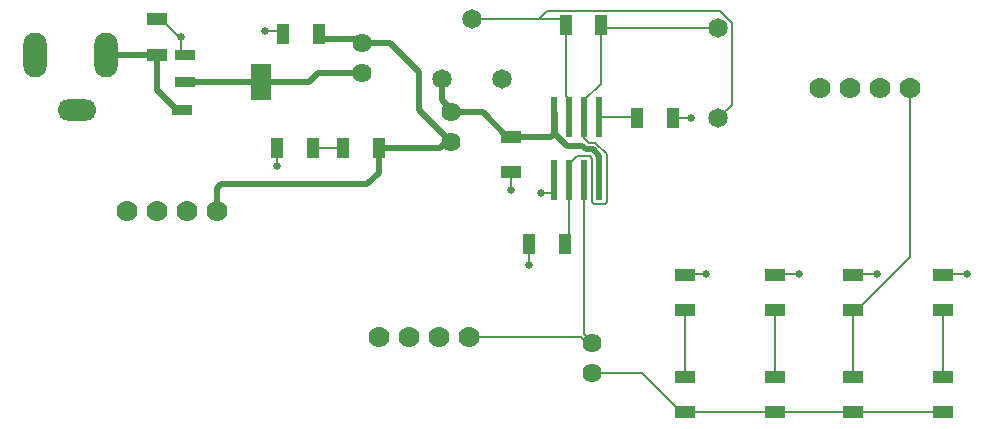
<source format=gtl>
G04*
G04 #@! TF.GenerationSoftware,Altium Limited,Altium Designer,24.1.2 (44)*
G04*
G04 Layer_Physical_Order=1*
G04 Layer_Color=255*
%FSLAX44Y44*%
%MOMM*%
G71*
G04*
G04 #@! TF.SameCoordinates,F52A13A3-DB3F-44E1-B1C3-80E51AC4D0DF*
G04*
G04*
G04 #@! TF.FilePolarity,Positive*
G04*
G01*
G75*
%ADD10C,0.5080*%
%ADD13C,0.1524*%
%ADD19R,1.8034X1.1176*%
%ADD20R,1.1176X1.8034*%
%ADD21R,0.6000X3.4000*%
%ADD22R,1.7000X0.8382*%
%ADD23R,1.7000X3.0988*%
%ADD36C,1.6200*%
%ADD37C,1.7780*%
%ADD38C,1.6510*%
%ADD39O,2.0000X3.8000*%
%ADD40O,3.3000X1.8000*%
%ADD41C,0.6350*%
D10*
X233680Y327660D02*
Y347544D01*
X236656Y350520D01*
X360680D01*
X350051Y473710D02*
X353861Y469900D01*
X319786Y476758D02*
Y477520D01*
Y476758D02*
X322834Y473710D01*
X350051D01*
X353861Y469900D02*
X380107D01*
X319350Y444500D02*
X356870D01*
X311730Y436880D02*
X319350Y444500D01*
X182880Y430337D02*
X199451Y413766D01*
X203760D01*
X182880Y430337D02*
Y460248D01*
X140010Y459740D02*
X182372D01*
X182880Y460248D01*
X458597Y411480D02*
X479171Y390906D01*
X431800Y411480D02*
X458597D01*
X479171Y390906D02*
X482600D01*
X424180Y422109D02*
Y439420D01*
Y422109D02*
X431800Y414489D01*
Y411480D02*
Y414489D01*
X557070Y354460D02*
Y374692D01*
X542934Y383080D02*
X545870Y380144D01*
X557070Y354460D02*
X557530Y354000D01*
X551618Y380144D02*
X557070Y374692D01*
X545870Y380144D02*
X551618D01*
X519890Y393056D02*
Y410560D01*
Y393056D02*
X529866Y383080D01*
X518970Y411480D02*
X519890Y410560D01*
X529866Y383080D02*
X542934D01*
X404550Y413330D02*
X431800Y386080D01*
X404550Y413330D02*
Y445458D01*
X380107Y469900D02*
X404550Y445458D01*
X422749Y381000D02*
X427829Y386080D01*
X431800D01*
X370586Y381000D02*
X422749D01*
X206260Y436880D02*
X271260D01*
X482600Y390906D02*
X516336D01*
X519430Y394000D01*
X360680Y350520D02*
X370586Y360426D01*
Y381000D01*
X271260Y436880D02*
X311730D01*
D13*
X619506Y406400D02*
X635000D01*
X482600Y345440D02*
Y360934D01*
X508000Y342900D02*
X517192D01*
X202277Y475903D02*
X203200Y474980D01*
X182880Y490220D02*
X186309D01*
X200626Y475903D01*
X202277D01*
X284226Y381000D02*
X284480Y380746D01*
X775589Y244094D02*
X820420Y288925D01*
Y431800D01*
X772160Y244094D02*
X775589D01*
X626491Y157734D02*
X629920D01*
X551180Y190500D02*
X593725D01*
X626491Y157734D01*
X542129Y220980D02*
X547209Y215900D01*
X551180D01*
X447040Y220980D02*
X542129D01*
X551180Y215900D02*
Y217888D01*
X544830Y224238D02*
Y354000D01*
Y224238D02*
X551180Y217888D01*
X506076Y490220D02*
X524002D01*
X657860Y406400D02*
X669417Y417957D01*
Y487387D01*
X659345Y497459D02*
X669417Y487387D01*
X513315Y497459D02*
X659345D01*
X506076Y490220D02*
X513315Y497459D01*
X449580Y490220D02*
X506076D01*
X558800Y485140D02*
X561340Y482600D01*
X657860D01*
X558800Y435970D02*
Y485140D01*
X554037Y385986D02*
X563832Y376191D01*
X544830Y408000D02*
Y422000D01*
X548290Y385986D02*
X554037D01*
X563832Y335632D02*
Y376191D01*
X561898Y333698D02*
X563832Y335632D01*
X553162Y333698D02*
X561898D01*
X551132Y335728D02*
Y372368D01*
X549198Y374302D02*
X551132Y372368D01*
Y335728D02*
X553162Y333698D01*
X544830Y389446D02*
X548290Y385986D01*
X544830Y422000D02*
X558800Y435970D01*
X538432Y374302D02*
X549198D01*
X544830Y389446D02*
Y408000D01*
X532130Y368000D02*
X538432Y374302D01*
X528066Y299720D02*
X532130Y303784D01*
Y354000D02*
Y368000D01*
Y303784D02*
Y354000D01*
X528828Y425302D02*
Y485140D01*
Y485394D01*
X532130Y408000D02*
Y422000D01*
X524002Y490220D02*
X528828Y485394D01*
Y425302D02*
X532130Y422000D01*
X772160Y157734D02*
X848360D01*
X497840Y281940D02*
Y299466D01*
X498094Y299720D01*
X519430Y345138D02*
Y354000D01*
X517192Y342900D02*
X519430Y345138D01*
X630174Y274320D02*
X647700D01*
X284480Y365760D02*
Y380746D01*
X848614Y274320D02*
X868680D01*
X848360Y274066D02*
X848614Y274320D01*
X772160Y274066D02*
X772414Y274320D01*
X792480D01*
X706374D02*
X726440D01*
X706120Y274066D02*
X706374Y274320D01*
X629920Y274066D02*
X630174Y274320D01*
X274320Y480060D02*
X287274D01*
X289814Y477520D01*
X203200Y463054D02*
Y474980D01*
Y463054D02*
X206260Y459994D01*
X587934Y408000D02*
X589534Y406400D01*
X557530Y408000D02*
X587934D01*
X772160Y187706D02*
X775589D01*
X848360D02*
Y244094D01*
X706120Y157734D02*
X772160D01*
X629920D02*
X706120D01*
X772160Y192532D02*
Y244094D01*
X706120Y187706D02*
Y244094D01*
X629920Y187706D02*
Y244094D01*
X314706Y381000D02*
X340614D01*
D19*
X629920Y187706D02*
D03*
Y157734D02*
D03*
X706120Y187706D02*
D03*
Y157734D02*
D03*
X772160Y187706D02*
D03*
Y157734D02*
D03*
X848360Y187706D02*
D03*
Y157734D02*
D03*
X182880Y460248D02*
D03*
Y490220D02*
D03*
X482600Y360934D02*
D03*
Y390906D02*
D03*
X629920Y244094D02*
D03*
Y274066D02*
D03*
X706120Y244094D02*
D03*
Y274066D02*
D03*
X772160Y244094D02*
D03*
Y274066D02*
D03*
X848360Y244094D02*
D03*
Y274066D02*
D03*
D20*
X558800Y485140D02*
D03*
X528066Y299720D02*
D03*
X528828Y485140D02*
D03*
X340614Y381000D02*
D03*
X370586D02*
D03*
X289814Y477520D02*
D03*
X319786D02*
D03*
X314706Y381000D02*
D03*
X284734D02*
D03*
X619506Y406400D02*
D03*
X589534D02*
D03*
X498094Y299720D02*
D03*
D21*
X544830Y408000D02*
D03*
X532130Y354000D02*
D03*
Y408000D02*
D03*
X519430D02*
D03*
X557530D02*
D03*
Y354000D02*
D03*
X544830D02*
D03*
X519430D02*
D03*
D22*
X203760Y413766D02*
D03*
X206260Y436880D02*
D03*
Y459994D02*
D03*
D23*
X271260Y436880D02*
D03*
D36*
X551180Y215900D02*
D03*
Y190500D02*
D03*
X431800Y386080D02*
D03*
Y411480D02*
D03*
X356870Y444500D02*
D03*
Y469900D02*
D03*
D37*
X421640Y220980D02*
D03*
X447040D02*
D03*
X370840D02*
D03*
X396240D02*
D03*
X795020Y431800D02*
D03*
X820420D02*
D03*
X744220D02*
D03*
X769620D02*
D03*
X208280Y327660D02*
D03*
X233680D02*
D03*
X157480D02*
D03*
X182880D02*
D03*
D38*
X424180Y439420D02*
D03*
X474980D02*
D03*
X449580Y490220D02*
D03*
X657860Y482600D02*
D03*
Y406400D02*
D03*
D39*
X140010Y459740D02*
D03*
X80010D02*
D03*
D40*
X115010Y413240D02*
D03*
D41*
X635000Y406400D02*
D03*
X482600Y345440D02*
D03*
X508000Y342900D02*
D03*
X497840Y281940D02*
D03*
X647700Y274320D02*
D03*
X868680D02*
D03*
X792480D02*
D03*
X726440D02*
D03*
X284480Y365760D02*
D03*
X274320Y480060D02*
D03*
X203200Y474980D02*
D03*
M02*

</source>
